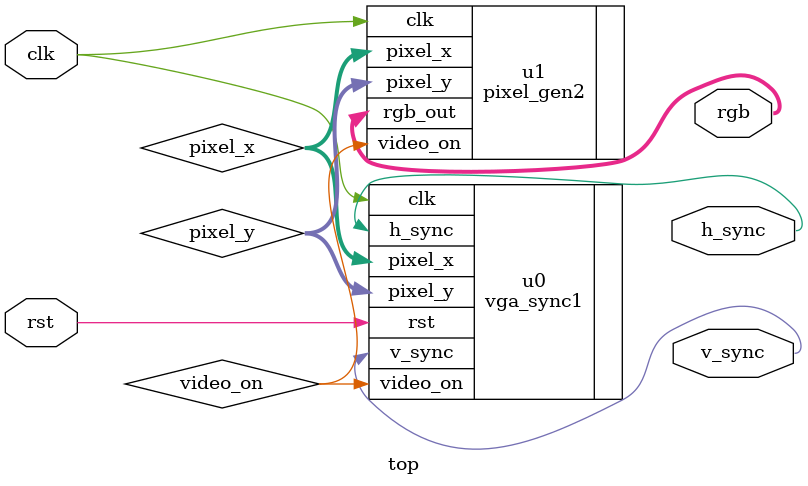
<source format=v>
module top (
   input clk , rst , 
   output h_sync , v_sync , 
   output [7:0] rgb 
);
   wire video_on ;
   wire [9:0] pixel_x , pixel_y ;

vga_sync1 u0 (
     .clk(clk),
     .rst(rst) , 
     .pixel_x(pixel_x),
     .pixel_y(pixel_y),
     .video_on(video_on),
     .h_sync(h_sync),
     .v_sync(v_sync)
);

pixel_gen2 u1 (
      .clk(clk) , 
      .pixel_x (pixel_x) , 
      .pixel_y(pixel_y) ,
      .video_on(video_on), 
      .rgb_out(rgb)
);
endmodule 

</source>
